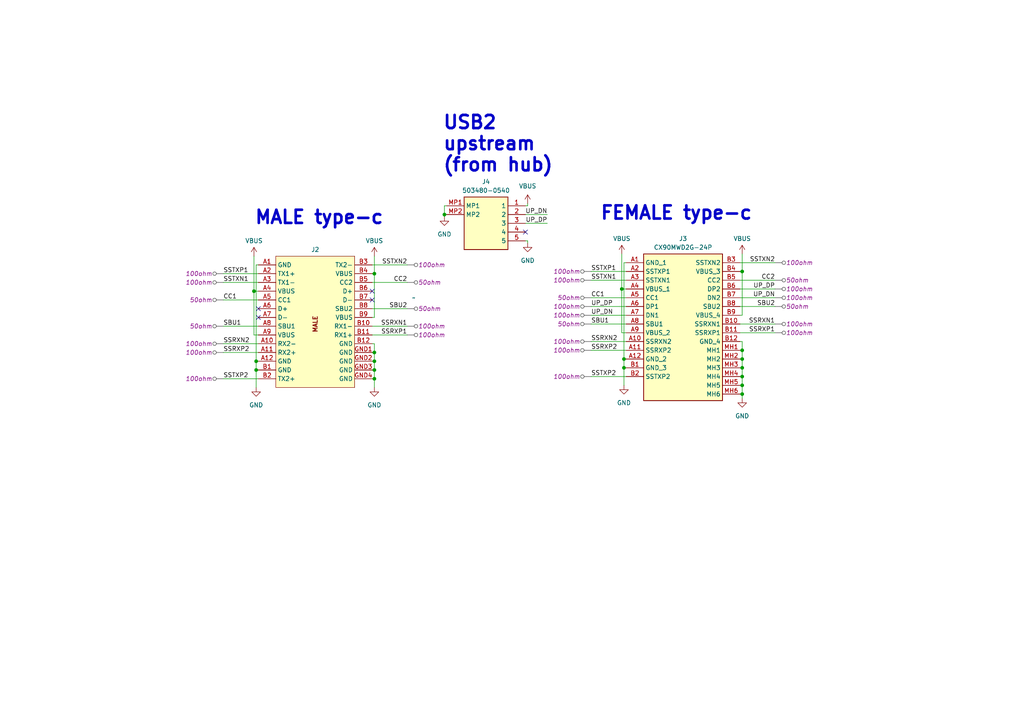
<source format=kicad_sch>
(kicad_sch (version 20230121) (generator eeschema)
  (paper "A4")
  (lib_symbols
    (symbol "SamacSys_Parts:503480-0540"
      (property "Reference" "J" (at 19.05 7.62 0))
      (property "Value" "503480-0540" (at 19.05 5.08 0))
      (symbol "503480-0540_1_1"
        (rectangle (start 5.08 2.54) (end 17.78 -12.7) (stroke (width 0.254)) (fill (type background)))
        (pin passive line (at 22.86 0 180) (length 5.08) (name "1") (number "1"))
        (pin passive line (at 22.86 -2.54 180) (length 5.08) (name "2") (number "2"))
        (pin passive line (at 22.86 -5.08 180) (length 5.08) (name "3") (number "3"))
        (pin passive line (at 22.86 -7.62 180) (length 5.08) (name "4") (number "4"))
        (pin passive line (at 22.86 -10.16 180) (length 5.08) (name "5") (number "5"))
        (pin passive line (at 0 0 0) (length 5.08) (name "MP1") (number "MP1"))
        (pin passive line (at 0 -2.54 0) (length 5.08) (name "MP2") (number "MP2"))
      )
    )
    (symbol "SamacSys_Parts:CX90MWD2G-24P"
      (property "Reference" "J" (at 29.21 7.62 0))
      (property "Value" "CX90MWD2G-24P" (at 29.21 5.08 0))
      (symbol "CX90MWD2G-24P_1_1"
        (rectangle (start 5.08 2.54) (end 27.94 -40.005) (stroke (width 0.254)) (fill (type background)))
        (pin passive line (at 0 0 0) (length 5.08) (name "GND_1") (number "A1"))
        (pin passive line (at 0 -22.86 0) (length 5.08) (name "SSRXN2") (number "A10"))
        (pin passive line (at 0 -25.4 0) (length 5.08) (name "SSRXP2") (number "A11"))
        (pin passive line (at 0 -27.94 0) (length 5.08) (name "GND_2") (number "A12"))
        (pin passive line (at 0 -2.54 0) (length 5.08) (name "SSTXP1") (number "A2"))
        (pin passive line (at 0 -5.08 0) (length 5.08) (name "SSTXN1") (number "A3"))
        (pin passive line (at 0 -7.62 0) (length 5.08) (name "VBUS_1") (number "A4"))
        (pin passive line (at 0 -10.16 0) (length 5.08) (name "CC1") (number "A5"))
        (pin passive line (at 0 -12.7 0) (length 5.08) (name "DP1") (number "A6"))
        (pin passive line (at 0 -15.24 0) (length 5.08) (name "DN1") (number "A7"))
        (pin passive line (at 0 -17.78 0) (length 5.08) (name "SBU1") (number "A8"))
        (pin passive line (at 0 -20.32 0) (length 5.08) (name "VBUS_2") (number "A9"))
        (pin passive line (at 0 -30.48 0) (length 5.08) (name "GND_3") (number "B1"))
        (pin passive line (at 33.02 -17.78 180) (length 5.08) (name "SSRXN1") (number "B10"))
        (pin passive line (at 33.02 -20.32 180) (length 5.08) (name "SSRXP1") (number "B11"))
        (pin passive line (at 33.02 -22.86 180) (length 5.08) (name "GND_4") (number "B12"))
        (pin passive line (at 0 -33.02 0) (length 5.08) (name "SSTXP2") (number "B2"))
        (pin passive line (at 33.02 0 180) (length 5.08) (name "SSTXN2") (number "B3"))
        (pin passive line (at 33.02 -2.54 180) (length 5.08) (name "VBUS_3") (number "B4"))
        (pin passive line (at 33.02 -5.08 180) (length 5.08) (name "CC2") (number "B5"))
        (pin passive line (at 33.02 -7.62 180) (length 5.08) (name "DP2") (number "B6"))
        (pin passive line (at 33.02 -10.16 180) (length 5.08) (name "DN2") (number "B7"))
        (pin passive line (at 33.02 -12.7 180) (length 5.08) (name "SBU2") (number "B8"))
        (pin passive line (at 33.02 -15.24 180) (length 5.08) (name "VBUS_4") (number "B9"))
        (pin passive line (at 33.02 -25.4 180) (length 5.08) (name "MH1") (number "MH1"))
        (pin passive line (at 33.02 -27.94 180) (length 5.08) (name "MH2") (number "MH2"))
        (pin passive line (at 33.02 -30.48 180) (length 5.08) (name "MH3") (number "MH3"))
        (pin passive line (at 33.02 -33.02 180) (length 5.08) (name "MH4") (number "MH4"))
        (pin passive line (at 33.02 -35.56 180) (length 5.08) (name "MH5") (number "MH5"))
        (pin passive line (at 33.02 -38.1 180) (length 5.08) (name "MH6") (number "MH6"))
      )
    )
    (symbol "power:GND" (power) (pin_names (offset 0))
      (property "Value" "GND" (at 0 -3.81 0))
      (symbol "GND_0_1"
        (polyline (pts (xy 0 0) (xy 0 -1.27) (xy 1.27 -1.27) (xy 0 -2.54) (xy -1.27 -1.27) (xy 0 -1.27)))
      )
      (symbol "GND_1_1"
        (pin power_in line (at 0 0 270) (length 0) hide (name "GND") (number "1"))
      )
    )
    (symbol "power:VBUS" (power) (pin_names (offset 0))
      (property "Value" "VBUS" (at 0 3.81 0))
      (symbol "VBUS_0_1"
        (polyline (pts (xy -0.762 1.27) (xy 0 2.54)))
        (polyline (pts (xy 0 0) (xy 0 2.54)))
        (polyline (pts (xy 0 2.54) (xy 0.762 1.27)))
      )
      (symbol "VBUS_1_1"
        (pin power_in line (at 0 0 90) (length 0) hide (name "VBUS") (number "1"))
      )
    )
    (symbol "the_backrooms:CX60-24S-UNIT"
      (property "Reference" "J" (at 3.81 3.81 0))
      (symbol "CX60-24S-UNIT_1_1"
        (rectangle (start 0 2.54) (end 22.86 -35.56) (fill (type background)))
        (text "MALE" (at 11.43 -17.145 900) (effects (font (size 1.27 1.27) bold)))
        (pin input line (at -5.08 0 0) (length 5.08) (name "GND") (number "A1"))
        (pin input line (at -5.08 -22.86 0) (length 5.08) (name "RX2-") (number "A10"))
        (pin input line (at -5.08 -25.4 0) (length 5.08) (name "RX2+") (number "A11"))
        (pin input line (at -5.08 -27.94 0) (length 5.08) (name "GND") (number "A12"))
        (pin input line (at -5.08 -2.54 0) (length 5.08) (name "TX1+") (number "A2"))
        (pin input line (at -5.08 -5.08 0) (length 5.08) (name "TX1-") (number "A3"))
        (pin input line (at -5.08 -7.62 0) (length 5.08) (name "VBUS") (number "A4"))
        (pin input line (at -5.08 -10.16 0) (length 5.08) (name "CC1") (number "A5"))
        (pin input line (at -5.08 -12.7 0) (length 5.08) (name "D+") (number "A6"))
        (pin input line (at -5.08 -15.24 0) (length 5.08) (name "D-") (number "A7"))
        (pin input line (at -5.08 -17.78 0) (length 5.08) (name "SBU1") (number "A8"))
        (pin input line (at -5.08 -20.32 0) (length 5.08) (name "VBUS") (number "A9"))
        (pin input line (at -5.08 -30.48 0) (length 5.08) (name "GND") (number "B1"))
        (pin input line (at 27.94 -17.78 180) (length 5.08) (name "RX1-") (number "B10"))
        (pin input line (at 27.94 -20.32 180) (length 5.08) (name "RX1+") (number "B11"))
        (pin input line (at 27.94 -22.86 180) (length 5.08) (name "GND") (number "B12"))
        (pin input line (at -5.08 -33.02 0) (length 5.08) (name "TX2+") (number "B2"))
        (pin input line (at 27.94 0 180) (length 5.08) (name "TX2-") (number "B3"))
        (pin input line (at 27.94 -2.54 180) (length 5.08) (name "VBUS") (number "B4"))
        (pin input line (at 27.94 -5.08 180) (length 5.08) (name "CC2") (number "B5"))
        (pin input line (at 27.94 -7.62 180) (length 5.08) (name "D+") (number "B6"))
        (pin input line (at 27.94 -10.16 180) (length 5.08) (name "D-") (number "B7"))
        (pin input line (at 27.94 -12.7 180) (length 5.08) (name "SBU2") (number "B8"))
        (pin input line (at 27.94 -15.24 180) (length 5.08) (name "VBUS") (number "B9"))
        (pin input line (at 27.94 -25.4 180) (length 5.08) (name "GND") (number "GND1"))
        (pin input line (at 27.94 -27.94 180) (length 5.08) (name "GND") (number "GND2"))
        (pin input line (at 27.94 -30.48 180) (length 5.08) (name "GND") (number "GND3"))
        (pin input line (at 27.94 -33.02 180) (length 5.08) (name "GND") (number "GND4"))
      )
    )
  )
  (junction (at 180.975 104.14))
  (junction (at 180.975 106.68))
  (junction (at 215.265 111.76))
  (junction (at 215.265 109.22))
  (junction (at 108.585 107.315))
  (junction (at 108.585 104.775))
  (junction (at 128.905 62.23))
  (junction (at 215.265 106.68))
  (junction (at 180.34 83.82))
  (junction (at 74.295 107.315))
  (junction (at 108.585 109.855))
  (junction (at 108.585 79.375))
  (junction (at 74.295 104.775))
  (junction (at 215.265 104.14))
  (junction (at 73.66 84.455))
  (junction (at 215.265 101.6))
  (junction (at 215.265 78.74))
  (junction (at 108.585 102.235))
  (junction (at 215.265 114.3))
  (no_connect (at 74.93 92.075))
  (no_connect (at 107.95 84.455))
  (no_connect (at 107.95 86.995))
  (no_connect (at 152.4 67.31))
  (no_connect (at 74.93 89.535))
  (wire (pts (xy 215.265 78.74) (xy 215.265 91.44)))
  (wire (pts (xy 215.265 109.22) (xy 215.265 111.76)))
  (wire (pts (xy 128.905 62.23) (xy 128.905 62.865)))
  (wire (pts (xy 64.77 102.235) (xy 74.93 102.235)))
  (wire (pts (xy 171.45 88.9) (xy 181.61 88.9)))
  (wire (pts (xy 215.265 99.06) (xy 215.265 101.6)))
  (wire (pts (xy 171.45 109.22) (xy 181.61 109.22)))
  (wire (pts (xy 171.45 78.74) (xy 181.61 78.74)))
  (wire (pts (xy 118.11 81.915) (xy 107.95 81.915)))
  (wire (pts (xy 74.295 104.775) (xy 74.295 107.315)))
  (wire (pts (xy 152.4 62.23) (xy 158.75 62.23)))
  (wire (pts (xy 214.63 114.3) (xy 215.265 114.3)))
  (wire (pts (xy 107.95 79.375) (xy 108.585 79.375)))
  (wire (pts (xy 171.45 81.28) (xy 181.61 81.28)))
  (wire (pts (xy 215.265 73.66) (xy 215.265 78.74)))
  (wire (pts (xy 73.66 84.455) (xy 74.93 84.455)))
  (wire (pts (xy 180.975 76.2) (xy 180.975 104.14)))
  (wire (pts (xy 180.34 73.66) (xy 180.34 83.82)))
  (wire (pts (xy 108.585 109.855) (xy 107.95 109.855)))
  (wire (pts (xy 180.975 104.14) (xy 181.61 104.14)))
  (wire (pts (xy 171.45 101.6) (xy 181.61 101.6)))
  (wire (pts (xy 224.79 96.52) (xy 214.63 96.52)))
  (wire (pts (xy 224.79 81.28) (xy 214.63 81.28)))
  (wire (pts (xy 118.11 89.535) (xy 107.95 89.535)))
  (wire (pts (xy 152.4 64.77) (xy 158.75 64.77)))
  (wire (pts (xy 107.95 92.075) (xy 108.585 92.075)))
  (wire (pts (xy 180.975 106.68) (xy 181.61 106.68)))
  (wire (pts (xy 215.265 109.22) (xy 214.63 109.22)))
  (wire (pts (xy 107.95 99.695) (xy 108.585 99.695)))
  (wire (pts (xy 108.585 109.855) (xy 108.585 112.395)))
  (wire (pts (xy 108.585 74.295) (xy 108.585 79.375)))
  (wire (pts (xy 171.45 86.36) (xy 181.61 86.36)))
  (wire (pts (xy 153.035 70.485) (xy 153.035 69.85)))
  (wire (pts (xy 224.79 83.82) (xy 214.63 83.82)))
  (wire (pts (xy 224.79 88.9) (xy 214.63 88.9)))
  (wire (pts (xy 224.79 76.2) (xy 214.63 76.2)))
  (wire (pts (xy 152.4 59.69) (xy 153.035 59.69)))
  (wire (pts (xy 181.61 76.2) (xy 180.975 76.2)))
  (wire (pts (xy 171.45 99.06) (xy 181.61 99.06)))
  (wire (pts (xy 74.295 104.775) (xy 74.93 104.775)))
  (wire (pts (xy 118.11 76.835) (xy 107.95 76.835)))
  (wire (pts (xy 214.63 111.76) (xy 215.265 111.76)))
  (wire (pts (xy 64.77 86.995) (xy 74.93 86.995)))
  (wire (pts (xy 128.905 59.69) (xy 128.905 62.23)))
  (wire (pts (xy 107.95 102.235) (xy 108.585 102.235)))
  (wire (pts (xy 108.585 79.375) (xy 108.585 92.075)))
  (wire (pts (xy 128.905 62.23) (xy 129.54 62.23)))
  (wire (pts (xy 64.77 79.375) (xy 74.93 79.375)))
  (wire (pts (xy 215.265 114.3) (xy 215.265 115.57)))
  (wire (pts (xy 215.265 101.6) (xy 215.265 104.14)))
  (wire (pts (xy 171.45 93.98) (xy 181.61 93.98)))
  (wire (pts (xy 64.77 81.915) (xy 74.93 81.915)))
  (wire (pts (xy 108.585 107.315) (xy 107.95 107.315)))
  (wire (pts (xy 214.63 99.06) (xy 215.265 99.06)))
  (wire (pts (xy 108.585 104.775) (xy 108.585 107.315)))
  (wire (pts (xy 181.61 96.52) (xy 180.34 96.52)))
  (wire (pts (xy 180.34 96.52) (xy 180.34 83.82)))
  (wire (pts (xy 64.77 99.695) (xy 74.93 99.695)))
  (wire (pts (xy 74.93 76.835) (xy 74.295 76.835)))
  (wire (pts (xy 129.54 59.69) (xy 128.905 59.69)))
  (wire (pts (xy 215.265 104.14) (xy 214.63 104.14)))
  (wire (pts (xy 108.585 104.775) (xy 107.95 104.775)))
  (wire (pts (xy 108.585 102.235) (xy 108.585 104.775)))
  (wire (pts (xy 214.63 78.74) (xy 215.265 78.74)))
  (wire (pts (xy 171.45 91.44) (xy 181.61 91.44)))
  (wire (pts (xy 224.79 93.98) (xy 214.63 93.98)))
  (wire (pts (xy 73.66 74.295) (xy 73.66 84.455)))
  (wire (pts (xy 74.295 107.315) (xy 74.93 107.315)))
  (wire (pts (xy 64.77 109.855) (xy 74.93 109.855)))
  (wire (pts (xy 214.63 91.44) (xy 215.265 91.44)))
  (wire (pts (xy 73.66 97.155) (xy 73.66 84.455)))
  (wire (pts (xy 74.295 107.315) (xy 74.295 112.395)))
  (wire (pts (xy 64.77 94.615) (xy 74.93 94.615)))
  (wire (pts (xy 224.79 86.36) (xy 214.63 86.36)))
  (wire (pts (xy 74.93 97.155) (xy 73.66 97.155)))
  (wire (pts (xy 118.11 97.155) (xy 107.95 97.155)))
  (wire (pts (xy 214.63 101.6) (xy 215.265 101.6)))
  (wire (pts (xy 108.585 99.695) (xy 108.585 102.235)))
  (wire (pts (xy 74.295 76.835) (xy 74.295 104.775)))
  (wire (pts (xy 215.265 106.68) (xy 215.265 109.22)))
  (wire (pts (xy 180.975 106.68) (xy 180.975 111.76)))
  (wire (pts (xy 180.34 83.82) (xy 181.61 83.82)))
  (wire (pts (xy 153.035 59.69) (xy 153.035 59.055)))
  (wire (pts (xy 215.265 111.76) (xy 215.265 114.3)))
  (wire (pts (xy 153.035 69.85) (xy 152.4 69.85)))
  (wire (pts (xy 215.265 106.68) (xy 214.63 106.68)))
  (wire (pts (xy 215.265 104.14) (xy 215.265 106.68)))
  (wire (pts (xy 180.975 104.14) (xy 180.975 106.68)))
  (wire (pts (xy 118.11 94.615) (xy 107.95 94.615)))
  (wire (pts (xy 108.585 107.315) (xy 108.585 109.855)))
  (text "MALE type-c" (at 73.66 65.405 0) (effects (font (size 3.81 3.81) (thickness 0.762) bold) (justify left bottom)))
  (text "USB2\nupstream\n(from hub)" (at 128.27 50.165 0) (effects (font (size 3.81 3.81) (thickness 0.762) bold) (justify left bottom)))
  (text "FEMALE type-c" (at 218.44 64.135 0) (effects (font (size 3.81 3.81) (thickness 0.762) bold) (justify right bottom)))
  (label "SSTXN1" (at 171.45 81.28 0))
  (label "UP_DN" (at 171.45 91.44 0))
  (label "SBU1" (at 64.77 94.615 0))
  (label "CC2" (at 224.79 81.28 180))
  (label "CC2" (at 118.11 81.915 180))
  (label "SSRXP1" (at 118.11 97.155 180))
  (label "SSTXP1" (at 171.45 78.74 0))
  (label "SSTXP2" (at 171.45 109.22 0))
  (label "SSRXP2" (at 64.77 102.235 0))
  (label "SSTXN2" (at 224.79 76.2 180))
  (label "SSTXP1" (at 64.77 79.375 0))
  (label "SSRXP1" (at 224.79 96.52 180))
  (label "SSRXN2" (at 171.45 99.06 0))
  (label "SBU2" (at 118.11 89.535 180))
  (label "SSTXN2" (at 118.11 76.835 180))
  (label "SSTXN1" (at 64.77 81.915 0))
  (label "SBU2" (at 224.79 88.9 180))
  (label "CC1" (at 171.45 86.36 0))
  (label "SBU1" (at 171.45 93.98 0))
  (label "SSRXN1" (at 224.79 93.98 180))
  (label "UP_DP" (at 158.75 64.77 180))
  (label "SSRXP2" (at 171.45 101.6 0))
  (label "UP_DN" (at 224.79 86.36 180))
  (label "SSRXN2" (at 64.77 99.695 0))
  (label "SSRXN1" (at 118.11 94.615 180))
  (label "CC1" (at 64.77 86.995 0))
  (label "UP_DN" (at 158.75 62.23 180))
  (label "UP_DP" (at 224.79 83.82 180))
  (label "UP_DP" (at 171.45 88.9 0))
  (label "SSTXP2" (at 64.77 109.855 0))
  (netclass_flag "" (length 2.54) (shape round) (at 64.77 99.695 90) (property "Netclass" "100ohm" (at 61.595 99.695 0) (effects (font italic) (justify right))))
  (netclass_flag "" (length 2.54) (shape round) (at 171.45 91.44 90) (property "Netclass" "100ohm" (at 168.275 91.44 0) (effects (font italic) (justify right))))
  (netclass_flag "" (length 2.54) (shape round) (at 118.11 97.155 270) (property "Netclass" "100ohm" (at 121.285 97.155 0) (effects (font italic) (justify left))))
  (netclass_flag "" (length 2.54) (shape round) (at 171.45 78.74 90) (property "Netclass" "100ohm" (at 168.275 78.74 0) (effects (font italic) (justify right))))
  (netclass_flag "" (length 2.54) (shape round) (at 171.45 101.6 90) (property "Netclass" "100ohm" (at 168.275 101.6 0) (effects (font italic) (justify right))))
  (netclass_flag "" (length 2.54) (shape round) (at 64.77 86.995 90) (property "Netclass" "50ohm" (at 61.595 86.995 0) (effects (font italic) (justify right))))
  (netclass_flag "" (length 2.54) (shape round) (at 171.45 86.36 90) (property "Netclass" "50ohm" (at 168.275 86.36 0) (effects (font italic) (justify right))))
  (netclass_flag "" (length 2.54) (shape round) (at 171.45 81.28 90) (property "Netclass" "100ohm" (at 168.275 81.28 0) (effects (font italic) (justify right))))
  (netclass_flag "" (length 2.54) (shape round) (at 171.45 93.98 90) (property "Netclass" "50ohm" (at 168.275 93.98 0) (effects (font italic) (justify right))))
  (netclass_flag "" (length 2.54) (shape round) (at 171.45 109.22 90) (property "Netclass" "100ohm" (at 168.275 109.22 0) (effects (font italic) (justify right))))
  (netclass_flag "" (length 2.54) (shape round) (at 224.79 76.2 270) (property "Netclass" "100ohm" (at 227.965 76.2 0) (effects (font italic) (justify left))))
  (netclass_flag "" (length 2.54) (shape round) (at 118.11 76.835 270) (property "Netclass" "100ohm" (at 121.285 76.835 0) (effects (font italic) (justify left))))
  (netclass_flag "" (length 2.54) (shape round) (at 64.77 109.855 90) (property "Netclass" "100ohm" (at 61.595 109.855 0) (effects (font italic) (justify right))))
  (netclass_flag "" (length 2.54) (shape round) (at 118.11 94.615 270) (property "Netclass" "100ohm" (at 121.285 94.615 0) (effects (font italic) (justify left))))
  (netclass_flag "" (length 2.54) (shape round) (at 64.77 94.615 90) (property "Netclass" "50ohm" (at 61.595 94.615 0) (effects (font italic) (justify right))))
  (netclass_flag "" (length 2.54) (shape round) (at 64.77 102.235 90) (property "Netclass" "100ohm" (at 61.595 102.235 0) (effects (font italic) (justify right))))
  (netclass_flag "" (length 2.54) (shape round) (at 224.79 93.98 270) (property "Netclass" "100ohm" (at 227.965 93.98 0) (effects (font italic) (justify left))))
  (netclass_flag "" (length 2.54) (shape round) (at 64.77 81.915 90) (property "Netclass" "100ohm" (at 61.595 81.915 0) (effects (font italic) (justify right))))
  (netclass_flag "" (length 2.54) (shape round) (at 224.79 86.36 270) (property "Netclass" "100ohm" (at 227.965 86.36 0) (effects (font italic) (justify left))))
  (netclass_flag "" (length 2.54) (shape round) (at 224.79 88.9 270) (property "Netclass" "50ohm" (at 227.965 88.9 0) (effects (font italic) (justify left))))
  (netclass_flag "" (length 2.54) (shape round) (at 171.45 99.06 90) (property "Netclass" "100ohm" (at 168.275 99.06 0) (effects (font italic) (justify right))))
  (netclass_flag "" (length 2.54) (shape round) (at 118.11 89.535 270) (property "Netclass" "50ohm" (at 121.285 89.535 0) (effects (font italic) (justify left))))
  (netclass_flag "" (length 2.54) (shape round) (at 224.79 81.28 270) (property "Netclass" "50ohm" (at 227.965 81.28 0) (effects (font italic) (justify left))))
  (netclass_flag "" (length 2.54) (shape round) (at 224.79 96.52 270) (property "Netclass" "100ohm" (at 227.965 96.52 0) (effects (font italic) (justify left))))
  (netclass_flag "" (length 2.54) (shape round) (at 118.11 81.915 270) (property "Netclass" "50ohm" (at 121.285 81.915 0) (effects (font italic) (justify left))))
  (netclass_flag "" (length 2.54) (shape round) (at 64.77 79.375 90) (property "Netclass" "100ohm" (at 61.595 79.375 0) (effects (font italic) (justify right))))
  (netclass_flag "" (length 2.54) (shape round) (at 224.79 83.82 270) (property "Netclass" "100ohm" (at 227.965 83.82 0) (effects (font italic) (justify left))))
  (netclass_flag "" (length 2.54) (shape round) (at 171.45 88.9 90) (property "Netclass" "100ohm" (at 168.275 88.9 0) (effects (font italic) (justify right))))
  (symbol (lib_id "power:GND") (at 153.035 70.485 0) (unit 1)
    (property "Reference" "#PWR013" (effects hide))
    (property "Value" "GND" (at 153.035 75.565 0))
  )
  (symbol (lib_id "power:VBUS") (at 108.585 74.295 0) (unit 1)
    (property "Reference" "#PWR07" (effects hide))
    (property "Value" "VBUS" (at 108.585 69.85 0))
  )
  (symbol (lib_id "power:GND") (at 180.975 111.76 0) (unit 1)
    (property "Reference" "#PWR02" (effects hide))
    (property "Value" "GND" (at 180.975 116.84 0))
  )
  (symbol (lib_id "SamacSys_Parts:503480-0540") (at 129.54 59.69 0) (unit 1)
    (property "Reference" "J4" (at 140.97 52.705 0))
    (property "Value" "503480-0540" (at 140.97 55.245 0))
    (property "Footprint" "5034800540" (effects hide))
    (property "Datasheet" "https://www.molex.com/pdm_docs/sd/5034800540_sd.pdf" (effects hide))
    (property "Height" "1.2" (effects hide))
    (property "Manufacturer_Name" "Molex" (effects hide))
    (property "Manufacturer_Part_Number" "503480-0540" (effects hide))
    (property "Mouser Part Number" "538-503480-0540" (effects hide))
    (property "Mouser Price/Stock" "https://www.mouser.co.uk/ProductDetail/Molex/503480-0540?qs=LBbezbu20sgPzcVKHN0rmQ%3D%3D" (effects hide))
    (property "Mfr. No." "503480-0540" (effects hide))
  )
  (symbol (lib_id "power:GND") (at 108.585 112.395 0) (unit 1)
    (property "Reference" "#PWR08" (effects hide))
    (property "Value" "GND" (at 108.585 117.475 0))
  )
  (symbol (lib_id "power:VBUS") (at 153.035 59.055 0) (unit 1)
    (property "Reference" "#PWR012" (effects hide))
    (property "Value" "VBUS" (at 153.035 53.975 0))
  )
  (symbol (lib_id "the_backrooms:CX60-24S-UNIT") (at 80.01 76.835 0) (unit 1)
    (property "Reference" "J2" (at 91.44 72.39 0))
    (property "Value" "~" (at 120.015 86.36 0))
    (property "Footprint" "the_backrooms:CX60-24S-UNIT" (effects hide))
    (property "Datasheet" "https://www.mouser.de/datasheet/2/185/CX60_24S_UNIT_CL0480_0465_0_00_2DDrawing_D166698_e-1611272.pdf" (effects hide))
    (property "Mfr. No." "CX60-24S-UNIT" (effects hide))
  )
  (symbol (lib_id "power:VBUS") (at 215.265 73.66 0) (unit 1)
    (property "Reference" "#PWR05" (effects hide))
    (property "Value" "VBUS" (at 215.265 69.215 0))
  )
  (symbol (lib_id "power:GND") (at 128.905 62.865 0) (unit 1)
    (property "Reference" "#PWR011" (effects hide))
    (property "Value" "GND" (at 128.905 67.945 0))
  )
  (symbol (lib_id "power:GND") (at 74.295 112.395 0) (unit 1)
    (property "Reference" "#PWR04" (effects hide))
    (property "Value" "GND" (at 74.295 117.475 0))
  )
  (symbol (lib_id "power:VBUS") (at 73.66 74.295 0) (unit 1)
    (property "Reference" "#PWR03" (effects hide))
    (property "Value" "VBUS" (at 73.66 69.85 0))
  )
  (symbol (lib_id "power:VBUS") (at 180.34 73.66 0) (unit 1)
    (property "Reference" "#PWR01" (effects hide))
    (property "Value" "VBUS" (at 180.34 69.215 0))
  )
  (symbol (lib_id "SamacSys_Parts:CX90MWD2G-24P") (at 181.61 76.2 0) (unit 1)
    (property "Reference" "J3" (at 198.12 69.215 0))
    (property "Value" "CX90MWD2G-24P" (at 198.12 71.755 0))
    (property "Footprint" "the_backrooms:CX90MWD2G-24P" (effects hide))
    (property "Datasheet" "https://www.hirose.com/en/product/document?clcode=CL0480-0770-0-00&productname=CX90MWD2G-24P&series=CX&documenttype=2DDrawing&lang=en&documentid=CX90MWD2G-24P_2D_4800609000_Eng" (effects hide))
    (property "Mfr. No." "CX90MWD2G-24P" (effects hide))
  )
  (symbol (lib_id "power:GND") (at 215.265 115.57 0) (unit 1)
    (property "Reference" "#PWR06" (effects hide))
    (property "Value" "GND" (at 215.265 120.65 0))
  )
)
</source>
